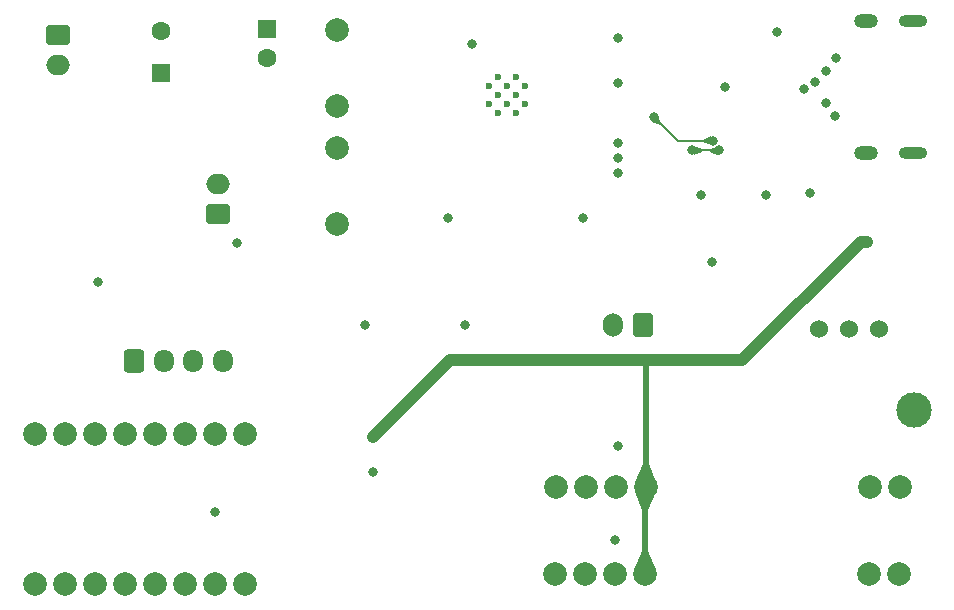
<source format=gbr>
%TF.GenerationSoftware,KiCad,Pcbnew,7.0.8-7.0.8~ubuntu22.04.1*%
%TF.CreationDate,2023-11-01T15:39:22+03:00*%
%TF.ProjectId,main-module,6d61696e-2d6d-46f6-9475-6c652e6b6963,rev?*%
%TF.SameCoordinates,Original*%
%TF.FileFunction,Copper,L3,Inr*%
%TF.FilePolarity,Positive*%
%FSLAX46Y46*%
G04 Gerber Fmt 4.6, Leading zero omitted, Abs format (unit mm)*
G04 Created by KiCad (PCBNEW 7.0.8-7.0.8~ubuntu22.04.1) date 2023-11-01 15:39:22*
%MOMM*%
%LPD*%
G01*
G04 APERTURE LIST*
G04 Aperture macros list*
%AMRoundRect*
0 Rectangle with rounded corners*
0 $1 Rounding radius*
0 $2 $3 $4 $5 $6 $7 $8 $9 X,Y pos of 4 corners*
0 Add a 4 corners polygon primitive as box body*
4,1,4,$2,$3,$4,$5,$6,$7,$8,$9,$2,$3,0*
0 Add four circle primitives for the rounded corners*
1,1,$1+$1,$2,$3*
1,1,$1+$1,$4,$5*
1,1,$1+$1,$6,$7*
1,1,$1+$1,$8,$9*
0 Add four rect primitives between the rounded corners*
20,1,$1+$1,$2,$3,$4,$5,0*
20,1,$1+$1,$4,$5,$6,$7,0*
20,1,$1+$1,$6,$7,$8,$9,0*
20,1,$1+$1,$8,$9,$2,$3,0*%
G04 Aperture macros list end*
%TA.AperFunction,ComponentPad*%
%ADD10C,2.000000*%
%TD*%
%TA.AperFunction,ComponentPad*%
%ADD11RoundRect,0.250000X-0.750000X0.600000X-0.750000X-0.600000X0.750000X-0.600000X0.750000X0.600000X0*%
%TD*%
%TA.AperFunction,ComponentPad*%
%ADD12O,2.000000X1.700000*%
%TD*%
%TA.AperFunction,ComponentPad*%
%ADD13C,1.524000*%
%TD*%
%TA.AperFunction,ComponentPad*%
%ADD14O,2.000000X1.200000*%
%TD*%
%TA.AperFunction,ComponentPad*%
%ADD15O,2.400000X1.000000*%
%TD*%
%TA.AperFunction,ComponentPad*%
%ADD16RoundRect,0.250000X-0.600000X-0.725000X0.600000X-0.725000X0.600000X0.725000X-0.600000X0.725000X0*%
%TD*%
%TA.AperFunction,ComponentPad*%
%ADD17O,1.700000X1.950000*%
%TD*%
%TA.AperFunction,ComponentPad*%
%ADD18R,1.600000X1.600000*%
%TD*%
%TA.AperFunction,ComponentPad*%
%ADD19C,1.600000*%
%TD*%
%TA.AperFunction,ComponentPad*%
%ADD20RoundRect,0.250000X0.750000X-0.600000X0.750000X0.600000X-0.750000X0.600000X-0.750000X-0.600000X0*%
%TD*%
%TA.AperFunction,ComponentPad*%
%ADD21C,3.000000*%
%TD*%
%TA.AperFunction,ComponentPad*%
%ADD22RoundRect,0.250000X0.600000X0.750000X-0.600000X0.750000X-0.600000X-0.750000X0.600000X-0.750000X0*%
%TD*%
%TA.AperFunction,ComponentPad*%
%ADD23O,1.700000X2.000000*%
%TD*%
%TA.AperFunction,HeatsinkPad*%
%ADD24C,0.600000*%
%TD*%
%TA.AperFunction,ViaPad*%
%ADD25C,0.800000*%
%TD*%
%TA.AperFunction,Conductor*%
%ADD26C,1.000000*%
%TD*%
%TA.AperFunction,Conductor*%
%ADD27C,0.500000*%
%TD*%
%TA.AperFunction,Conductor*%
%ADD28C,0.200000*%
%TD*%
G04 APERTURE END LIST*
D10*
%TO.N,/M_ENABLE#*%
%TO.C,U13*%
X44560000Y-91675000D03*
%TO.N,GNDA*%
X47100000Y-91675000D03*
X49640000Y-91675000D03*
%TO.N,unconnected-(U13-PDN{slash}UART1-Pad4)*%
X52180000Y-91675000D03*
%TO.N,unconnected-(U13-PDN{slash}UART2-Pad5)*%
X54720000Y-91675000D03*
%TO.N,unconnected-(U13-EXTERNAL_CLK-Pad6)*%
X57260000Y-91675000D03*
%TO.N,/M_STEP*%
X59800000Y-91675000D03*
%TO.N,/M_DIR*%
X62340000Y-91675000D03*
%TO.N,VD*%
X44560000Y-78975000D03*
%TO.N,GNDPWR*%
X47100000Y-78975000D03*
%TO.N,Net-(J6-Pin_1)*%
X49640000Y-78975000D03*
%TO.N,Net-(J6-Pin_2)*%
X52180000Y-78975000D03*
%TO.N,Net-(J6-Pin_3)*%
X54720000Y-78975000D03*
%TO.N,Net-(J6-Pin_4)*%
X57260000Y-78975000D03*
%TO.N,+3V3*%
X59800000Y-78975000D03*
%TO.N,GNDPWR*%
X62340000Y-78975000D03*
%TD*%
D11*
%TO.N,GNDPWR*%
%TO.C,J1*%
X46560000Y-45250000D03*
D12*
%TO.N,/7.5V_BEFORE_FUSE*%
X46560000Y-47750000D03*
%TD*%
D13*
%TO.N,/FM_OUT_433*%
%TO.C,U7*%
X110995000Y-70100000D03*
%TO.N,+5V*%
X113535000Y-70100000D03*
%TO.N,GNDA*%
X116075000Y-70100000D03*
%TD*%
D14*
%TO.N,GNDA*%
%TO.C,J2*%
X114975000Y-55250000D03*
D15*
X118900000Y-55250000D03*
D14*
X114975000Y-44050000D03*
D15*
X118900000Y-44050000D03*
%TD*%
D16*
%TO.N,Net-(J6-Pin_1)*%
%TO.C,J6*%
X53000000Y-72800000D03*
D17*
%TO.N,Net-(J6-Pin_2)*%
X55500000Y-72800000D03*
%TO.N,Net-(J6-Pin_3)*%
X58000000Y-72800000D03*
%TO.N,Net-(J6-Pin_4)*%
X60500000Y-72800000D03*
%TD*%
D10*
%TO.N,GNDA*%
%TO.C,SW1*%
X70135000Y-51275000D03*
%TO.N,/ESP32_ENABLE*%
X70135000Y-44775000D03*
%TD*%
D18*
%TO.N,+3V3*%
%TO.C,C17*%
X64235000Y-44700000D03*
D19*
%TO.N,GNDA*%
X64235000Y-47200000D03*
%TD*%
D18*
%TO.N,/7.5V_BEFORE_FUSE*%
%TO.C,C4*%
X55235000Y-48400000D03*
D19*
%TO.N,GNDA*%
X55235000Y-44900000D03*
%TD*%
D20*
%TO.N,Net-(J3-Pin_1)*%
%TO.C,J3*%
X60110000Y-60350000D03*
D12*
%TO.N,Net-(J3-Pin_2)*%
X60110000Y-57850000D03*
%TD*%
D10*
%TO.N,unconnected-(U6-ANT-Pad1)*%
%TO.C,U6*%
X117800000Y-83500000D03*
%TO.N,GNDA*%
X115260000Y-83500000D03*
%TO.N,+5V*%
X96300000Y-83500000D03*
X93760000Y-83500000D03*
%TO.N,/FM_IN_5V_433*%
X91220000Y-83500000D03*
%TO.N,GNDA*%
X88680000Y-83500000D03*
%TD*%
%TO.N,/CHARGER_START_BUTTON*%
%TO.C,SW2*%
X70135000Y-54750000D03*
%TO.N,GNDA*%
X70135000Y-61250000D03*
%TD*%
D21*
%TO.N,GNDA*%
%TO.C,TP1*%
X119000000Y-77000000D03*
%TD*%
D10*
%TO.N,unconnected-(U10-ANT-Pad1)*%
%TO.C,U10*%
X117735000Y-90900000D03*
%TO.N,GNDA*%
X115195000Y-90900000D03*
%TO.N,+5V*%
X96235000Y-90900000D03*
X93695000Y-90900000D03*
%TO.N,/FM_IN_5V_315*%
X91155000Y-90900000D03*
%TO.N,GNDA*%
X88615000Y-90900000D03*
%TD*%
D22*
%TO.N,GNDA*%
%TO.C,J5*%
X96050000Y-69800000D03*
D23*
%TO.N,/LIMIT_SWITCH*%
X93550000Y-69800000D03*
%TD*%
D24*
%TO.N,GNDA*%
%TO.C,U8*%
X83037500Y-49512500D03*
X83037500Y-51037500D03*
X83800000Y-48750000D03*
X83800000Y-50275000D03*
X83800000Y-51800000D03*
X84562500Y-49512500D03*
X84562500Y-51037500D03*
X85325000Y-48750000D03*
X85325000Y-50275000D03*
X85325000Y-51800000D03*
X86087500Y-49512500D03*
X86087500Y-51037500D03*
%TD*%
D25*
%TO.N,GNDA*%
X110200000Y-58600000D03*
X73250000Y-82250000D03*
X81000000Y-69750000D03*
X103035000Y-49600000D03*
X72500000Y-69750000D03*
X79532500Y-60695000D03*
%TO.N,+3V3*%
X81600000Y-46000000D03*
X59875000Y-85575000D03*
%TO.N,+5V*%
X115000000Y-62750000D03*
X73250000Y-79250000D03*
%TO.N,/ESP32_ENABLE*%
X101900000Y-64400000D03*
%TO.N,VBUS*%
X112435000Y-47200000D03*
X112335000Y-52100000D03*
X107435000Y-45000000D03*
%TO.N,/D+*%
X111535000Y-48300000D03*
X109735000Y-49800000D03*
%TO.N,/D-*%
X111535000Y-51000000D03*
X110635000Y-49200000D03*
%TO.N,/VM_ENABLE*%
X61735000Y-62800000D03*
%TO.N,Net-(Q1-D)*%
X49935000Y-66100000D03*
%TO.N,Net-(Q3-B)*%
X106450000Y-58750000D03*
%TO.N,Net-(Q4-E)*%
X100950000Y-58750000D03*
%TO.N,/FM_IN_433*%
X94000000Y-80000000D03*
X93992500Y-54365000D03*
%TO.N,/FM_IN_315*%
X93992500Y-49285000D03*
X93735000Y-88000000D03*
%TO.N,/TXD_3V3*%
X101979378Y-54169163D03*
X97000000Y-52200000D03*
%TO.N,/RXD_3V3*%
X102535000Y-55000000D03*
X100250000Y-55000000D03*
%TO.N,/FM_OUT_433*%
X93992500Y-45475000D03*
%TO.N,/M_DIR*%
X93992500Y-56905000D03*
%TO.N,/M_STEP*%
X93992500Y-55635000D03*
%TO.N,/M_ENABLE#*%
X90962500Y-60695000D03*
%TD*%
D26*
%TO.N,+5V*%
X114500000Y-62750000D02*
X115000000Y-62750000D01*
D27*
X96300000Y-72800000D02*
X96250000Y-72750000D01*
D26*
X104500000Y-72750000D02*
X114500000Y-62750000D01*
X96250000Y-72750000D02*
X104500000Y-72750000D01*
D27*
X96300000Y-83500000D02*
X96300000Y-72800000D01*
D26*
X73250000Y-79250000D02*
X79750000Y-72750000D01*
X79750000Y-72750000D02*
X96250000Y-72750000D01*
D27*
X96235000Y-90900000D02*
X96235000Y-83565000D01*
D28*
%TO.N,/TXD_3V3*%
X101948541Y-54200000D02*
X99000000Y-54200000D01*
X101979378Y-54169163D02*
X101948541Y-54200000D01*
X99000000Y-54200000D02*
X97000000Y-52200000D01*
%TO.N,/RXD_3V3*%
X100250000Y-55000000D02*
X102535000Y-55000000D01*
%TD*%
%TA.AperFunction,Conductor*%
%TO.N,/RXD_3V3*%
G36*
X102386428Y-54641244D02*
G01*
X102534123Y-54995498D01*
X102534144Y-55004452D01*
X102534123Y-55004502D01*
X102386428Y-55358755D01*
X102380081Y-55365073D01*
X102371129Y-55365053D01*
X101742200Y-55102999D01*
X101735881Y-55096654D01*
X101735000Y-55092199D01*
X101735000Y-54907799D01*
X101738427Y-54899526D01*
X101742196Y-54897001D01*
X102059815Y-54764660D01*
X102062765Y-54763866D01*
X102136140Y-54754207D01*
X102231700Y-54714624D01*
X102282210Y-54693703D01*
X102282211Y-54693702D01*
X102282219Y-54693699D01*
X102342918Y-54647122D01*
X102345518Y-54645618D01*
X102371131Y-54634945D01*
X102380084Y-54634927D01*
X102386428Y-54641244D01*
G37*
%TD.AperFunction*%
%TD*%
%TA.AperFunction,Conductor*%
%TO.N,/RXD_3V3*%
G36*
X100413868Y-54634945D02*
G01*
X101042800Y-54897000D01*
X101049119Y-54903345D01*
X101050000Y-54907800D01*
X101050000Y-55092199D01*
X101046573Y-55100472D01*
X101042800Y-55102999D01*
X100413870Y-55365053D01*
X100404915Y-55365072D01*
X100398571Y-55358755D01*
X100250875Y-55004499D01*
X100250855Y-54995550D01*
X100398572Y-54641242D01*
X100404918Y-54634926D01*
X100413868Y-54634945D01*
G37*
%TD.AperFunction*%
%TD*%
%TA.AperFunction,Conductor*%
%TO.N,+5V*%
G36*
X96485473Y-88903427D02*
G01*
X96488000Y-88907200D01*
X97154374Y-90506504D01*
X97154393Y-90515459D01*
X97148074Y-90521804D01*
X97148061Y-90521809D01*
X96239487Y-90899136D01*
X96230533Y-90899145D01*
X96230513Y-90899136D01*
X95321938Y-90521809D01*
X95315611Y-90515471D01*
X95315620Y-90506517D01*
X95315625Y-90506504D01*
X95982000Y-88907200D01*
X95988345Y-88900881D01*
X95992800Y-88900000D01*
X96477200Y-88900000D01*
X96485473Y-88903427D01*
G37*
%TD.AperFunction*%
%TD*%
%TA.AperFunction,Conductor*%
%TO.N,/TXD_3V3*%
G36*
X97367688Y-52051399D02*
G01*
X97374005Y-52057743D01*
X97633426Y-52687762D01*
X97633407Y-52696717D01*
X97630880Y-52700490D01*
X97500490Y-52830880D01*
X97492217Y-52834307D01*
X97487762Y-52833426D01*
X96857743Y-52574005D01*
X96851398Y-52567686D01*
X96851378Y-52558735D01*
X96997437Y-52203802D01*
X97003753Y-52197457D01*
X97358735Y-52051378D01*
X97367688Y-52051399D01*
G37*
%TD.AperFunction*%
%TD*%
%TA.AperFunction,Conductor*%
%TO.N,+5V*%
G36*
X97212657Y-83878022D02*
G01*
X97218983Y-83884359D01*
X97218974Y-83893313D01*
X97218796Y-83893720D01*
X96488134Y-85480265D01*
X96481561Y-85486346D01*
X96477507Y-85487071D01*
X95993074Y-85487071D01*
X95984801Y-85483644D01*
X95982135Y-85479522D01*
X95380144Y-83893286D01*
X95380413Y-83884338D01*
X95386595Y-83878332D01*
X96295514Y-83500862D01*
X96304464Y-83500854D01*
X97212657Y-83878022D01*
G37*
%TD.AperFunction*%
%TD*%
%TA.AperFunction,Conductor*%
%TO.N,/TXD_3V3*%
G36*
X101830802Y-53810425D02*
G01*
X101831007Y-53810889D01*
X101978501Y-54164661D01*
X101978522Y-54173615D01*
X101978501Y-54173665D01*
X101830637Y-54528322D01*
X101824290Y-54534640D01*
X101815754Y-54534784D01*
X101193128Y-54302837D01*
X101186571Y-54296738D01*
X101185512Y-54291873D01*
X101185512Y-54107437D01*
X101188939Y-54099164D01*
X101192244Y-54096843D01*
X101815242Y-53804796D01*
X101824187Y-53804389D01*
X101830802Y-53810425D01*
G37*
%TD.AperFunction*%
%TD*%
%TA.AperFunction,Conductor*%
%TO.N,+5V*%
G36*
X96550473Y-81503427D02*
G01*
X96553000Y-81507200D01*
X97219374Y-83106504D01*
X97219393Y-83115459D01*
X97213074Y-83121804D01*
X97213061Y-83121809D01*
X96304487Y-83499136D01*
X96295533Y-83499145D01*
X96295513Y-83499136D01*
X95386938Y-83121809D01*
X95380611Y-83115471D01*
X95380620Y-83106517D01*
X95380625Y-83106504D01*
X96047000Y-81507200D01*
X96053345Y-81500881D01*
X96057800Y-81500000D01*
X96542200Y-81500000D01*
X96550473Y-81503427D01*
G37*
%TD.AperFunction*%
%TD*%
M02*

</source>
